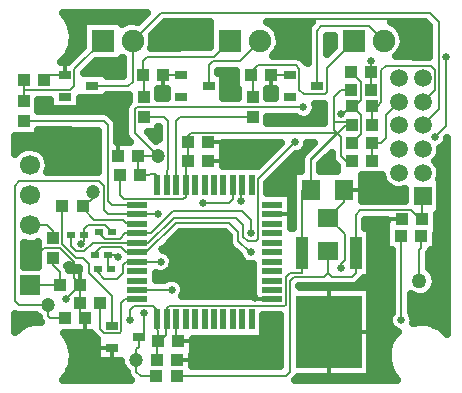
<source format=gbr>
G04 DipTrace 2.4.0.2*
%INTop.gbr*%
%MOIN*%
%ADD14C,0.007*%
%ADD15C,0.025*%
%ADD16C,0.013*%
%ADD17R,0.0433X0.0394*%
%ADD18R,0.0709X0.063*%
%ADD19R,0.063X0.0709*%
%ADD20C,0.05*%
%ADD21R,0.05X0.05*%
%ADD24R,0.0315X0.0236*%
%ADD26R,0.0413X0.0256*%
%ADD27R,0.0591X0.0591*%
%ADD28C,0.0591*%
%ADD29R,0.0669X0.0669*%
%ADD30C,0.0669*%
%ADD31R,0.0748X0.0748*%
%ADD32C,0.0748*%
%ADD33R,0.0394X0.0433*%
%ADD34C,0.0472*%
%ADD36R,0.0709X0.0197*%
%ADD37R,0.0197X0.0709*%
%ADD38R,0.0394X0.1083*%
%ADD39R,0.2185X0.2421*%
%FSLAX44Y44*%
G04*
G70*
G90*
G75*
G01*
%LNTop*%
%LPD*%
X6133Y9092D2*
D14*
Y8714D1*
X6304Y8543D1*
X6572D1*
X6859Y8831D1*
X8340D1*
X17073Y13530D2*
X16622Y13079D1*
Y12321D1*
X16461Y12161D1*
X16181D1*
X8340Y8831D2*
X8716D1*
X9557Y9671D1*
X11633D1*
X11880Y9425D1*
Y9038D1*
X12021Y8897D1*
X12288D1*
X12362Y8971D1*
Y10944D1*
X13603Y12185D1*
X16181Y12161D2*
Y11556D1*
X17860Y13530D2*
X18260Y13930D1*
Y14578D1*
X18120Y14718D1*
X16622D1*
X16482Y14578D1*
Y13510D1*
X16364Y13393D1*
X16160D1*
X12132Y9146D2*
Y9595D1*
X11845Y9883D1*
X9521D1*
X8784Y9146D1*
X8340D1*
X16160Y13393D2*
Y12762D1*
X8340Y9146D2*
X7929D1*
X7754Y8971D1*
X7256D1*
X7062Y9165D1*
Y9195D1*
X9119Y8201D2*
X8340D1*
X7977D1*
X7863Y8086D1*
Y7834D1*
X7658Y7630D1*
X7249D1*
X7026Y7853D1*
Y7954D1*
X5937Y6312D2*
X5443D1*
X5375Y6381D1*
Y6750D1*
X8340Y9775D2*
X9030D1*
X5375Y6750D2*
X4400D1*
X4260Y6890D1*
Y10734D1*
X4400Y10874D1*
X7078D1*
X7218Y10734D1*
Y9915D1*
X7358Y9775D1*
X8340D1*
X5850Y10042D2*
Y8776D1*
X6304Y8322D1*
X6540D1*
X6729Y8134D1*
Y7819D1*
X7500Y7048D1*
Y6062D1*
X12187Y13018D2*
X9779D1*
X9639Y12878D1*
Y10760D1*
X8340Y6941D2*
X7935D1*
X7811Y6817D1*
Y5888D1*
X7753Y5829D1*
X7246D1*
X7106Y5969D1*
Y6812D1*
X6877Y10533D2*
Y10336D1*
X6583Y10042D1*
X6519D1*
Y9989D1*
X6907Y9601D1*
X7857D1*
X7962Y9496D1*
X8340D1*
Y9461D1*
X8562Y13018D2*
X9242D1*
X9382Y12878D1*
Y11277D1*
X9324Y11219D1*
Y10760D1*
X4562Y13562D2*
Y14269D1*
X4566D2*
Y13922D1*
X6109D1*
X6249Y14062D1*
Y14624D1*
X7187Y15562D1*
X12187Y13687D2*
Y14437D1*
X12143D1*
Y14518D1*
X12364Y14739D1*
X13635D1*
X13749Y14625D1*
Y13920D1*
X13889Y13780D1*
X14593D1*
X14654Y13842D1*
Y14654D1*
X15562Y15562D1*
X8562Y13687D2*
Y14437D1*
X8518D1*
Y14879D1*
X8658Y15019D1*
X10894D1*
X11437Y15562D1*
X4562Y12893D2*
X7218D1*
X7358Y12753D1*
Y10230D1*
X7498Y10090D1*
X8340D1*
X17750Y7562D2*
Y8589D1*
X17812Y8651D1*
Y9062D1*
X9009Y10760D2*
Y11053D1*
X8951Y11110D1*
X8753D1*
X8745Y11102D1*
X8424D1*
X9041Y11708D2*
X8260Y12488D1*
Y13278D1*
X8321Y13339D1*
X13880D1*
X8379Y11716D2*
X9041Y11708D1*
X8424Y11102D2*
X8379D1*
Y11716D1*
X16562Y15562D2*
X16083Y16041D1*
X14483D1*
X14343Y15901D1*
Y14063D1*
X18260Y12355D2*
X18630Y12725D1*
Y15037D1*
X12437Y15562D2*
X11754Y14879D1*
X10858D1*
X10718Y14739D1*
Y14063D1*
X6843D2*
X8047D1*
X8187Y14203D1*
Y15562D1*
X9121Y16496D1*
X18085D1*
X18400Y16181D1*
Y13283D1*
X17860Y12742D1*
X8577Y6492D2*
Y5731D1*
X8533Y5688D1*
X8405D1*
X8312Y4937D2*
Y4532D1*
X8452Y4392D1*
X8982D1*
X8405Y5688D2*
Y5371D1*
X8312Y5278D1*
Y4937D1*
X10541Y10154D2*
X11389D1*
X11529Y10294D1*
Y10760D1*
X11785Y10210D2*
Y10495D1*
X11844Y10553D1*
Y10760D1*
X12132Y8516D2*
X12085D1*
X11704Y8897D1*
Y9179D1*
X11387Y9495D1*
X9627D1*
X8647Y8516D1*
X8340D1*
X16145Y14897D2*
Y14506D1*
X8340Y8516D2*
Y8527D1*
X7973D1*
X7816Y8685D1*
X7146D1*
X6942Y8481D1*
Y8424D1*
X16145Y14506D2*
Y13920D1*
X8093Y6257D2*
Y6591D1*
X8233Y6731D1*
X8882D1*
X9009Y6604D1*
Y6272D1*
X15491Y12762D2*
Y12847D1*
X14895D1*
Y13676D1*
X15139Y13920D1*
X15475D1*
X4766Y7415D2*
X5206D1*
X5228Y7437D1*
X5768D1*
X14895Y12847D2*
Y12593D1*
X15139Y12349D1*
Y11717D1*
X15299Y11556D1*
X15512D1*
X17143Y6257D2*
Y9062D1*
X9018Y5562D2*
X8992D1*
Y4926D1*
X9009Y6272D2*
X9018Y5562D1*
X9954Y10760D2*
Y10366D1*
X9882Y10294D1*
X7894D1*
X7754Y10434D1*
Y11102D1*
X10018Y11562D2*
X9954D1*
Y10760D1*
X10018Y12187D2*
Y11562D1*
X14120Y10587D2*
Y11610D1*
X14999Y12489D1*
X10134D1*
X10018Y12372D1*
Y12187D1*
X13831Y8482D2*
Y8785D1*
X13846Y8770D1*
Y10587D1*
X14120D1*
X9324Y6272D2*
Y6660D1*
X9395Y6731D1*
X13248D1*
X13287Y6770D1*
Y7696D1*
X13427Y7836D1*
X13831D1*
Y8482D1*
X9018Y5562D2*
X9108D1*
X9300Y5754D1*
Y6272D1*
X9324D1*
X5768Y7437D2*
Y7840D1*
X5519Y8089D1*
Y8312D1*
X14120Y10587D2*
Y11595D1*
X15288Y12762D1*
X15491D1*
X15626Y8482D2*
Y7836D1*
X15486Y7696D1*
X14831D1*
X14691Y7836D1*
X14551Y7696D1*
X13567D1*
X13427Y7556D1*
Y4532D1*
X13287Y4392D1*
X9652D1*
X14691Y7836D2*
Y8566D1*
X17827Y9609D2*
X17773D1*
X17471Y9911D1*
X15766D1*
X15626Y9771D1*
Y8482D1*
X17860Y10380D2*
X17827Y10348D1*
Y9609D1*
X9187Y14437D2*
X9812D1*
X12812D2*
X13437D1*
Y15562D2*
Y15577D1*
X14135Y16275D1*
X16849D1*
X17562Y15562D1*
X15475Y14506D2*
X15491D1*
X15799Y14198D1*
Y13576D1*
X15616Y13393D1*
X15491D1*
X15502D1*
X15817Y13079D1*
Y12466D1*
X15512Y12161D1*
X15142Y13113D2*
X15211D1*
X15491Y13393D1*
X5937Y14437D2*
X5403D1*
X5235Y14269D1*
X6437Y7437D2*
Y6812D1*
Y6481D1*
X6606Y6312D1*
X9639Y6272D2*
Y5610D1*
X9687Y5562D1*
X6566Y9092D2*
Y9295D1*
X6696Y9425D1*
X7265D1*
X7495Y9195D1*
X7375Y8424D2*
Y8037D1*
X7459Y7954D1*
X6566Y9092D2*
Y8884D1*
X6461Y8779D1*
X7375Y8424D2*
X7635D1*
X7705Y8354D1*
X4766Y8415D2*
X4995D1*
X5233Y8653D1*
X5753D1*
X6225Y8181D1*
Y7649D1*
X6437Y7437D1*
X15148Y7997D2*
Y8138D1*
X15254Y8244D1*
Y9106D1*
X14691Y9668D1*
X15223Y10587D2*
Y10200D1*
X14691Y9668D1*
X6437Y7437D2*
Y7422D1*
X5956Y6941D1*
X4766Y9415D2*
X5337D1*
X5519Y9233D1*
Y8981D1*
X9489Y7256D2*
X8340D1*
D15*
X9187Y16062D3*
Y13812D3*
X11812Y12125D3*
X10312Y15625D3*
X13187Y15125D3*
X12937Y13812D3*
X13003Y12937D3*
X14467Y13185D3*
X15142Y13113D3*
X6062Y14978D3*
X5227Y13469D3*
X6461Y8779D3*
X7705Y8354D3*
X14735Y4301D3*
X12252Y6976D3*
X15148Y7997D3*
X15958Y10984D3*
X13142Y10667D3*
X5956Y6941D3*
X9124Y7680D3*
X9169Y8615D3*
X7480Y4618D3*
X10331Y4935D3*
X12920Y12135D3*
X13603Y12185D3*
X12132Y9146D3*
X9119Y8201D3*
X9030Y9775D3*
X13880Y13339D3*
X18630Y15037D3*
X18260Y12355D3*
X8577Y6492D3*
X10541Y10154D3*
X11785Y10210D3*
X16145Y14897D3*
X12132Y8516D3*
X8093Y6257D3*
X17143D3*
X9489Y7256D3*
X6070Y16238D2*
X8387D1*
X6172Y15990D2*
X6505D1*
X9094D2*
X10755D1*
X12965D2*
X14008D1*
X17090D2*
X18055D1*
X6211Y15741D2*
X6505D1*
X8848D2*
X10755D1*
X13098D2*
X13997D1*
X17223D2*
X18055D1*
X6195Y15492D2*
X6505D1*
X8867D2*
X10755D1*
X13117D2*
X13997D1*
X14687D2*
X14880D1*
X17242D2*
X18055D1*
X6121Y15244D2*
X6391D1*
X13039D2*
X13997D1*
X14687D2*
X14767D1*
X17164D2*
X18055D1*
X5976Y14995D2*
X6141D1*
X13851D2*
X13997D1*
X6848Y14746D2*
X7841D1*
X6601Y14498D2*
X7841D1*
X11062D2*
X11618D1*
X11234Y14249D2*
X11618D1*
X11234Y14000D2*
X11618D1*
X9070Y13751D2*
X9294D1*
X11234D2*
X11680D1*
X12695D2*
X12919D1*
X5070Y13503D2*
X5419D1*
X6453D2*
X8008D1*
X5070Y13254D2*
X7915D1*
X14305D2*
X14551D1*
X7582Y13005D2*
X7915D1*
X12695D2*
X13618D1*
X14141D2*
X14551D1*
X7703Y12757D2*
X7915D1*
X5070Y12508D2*
X7012D1*
X7703D2*
X7915D1*
X8719D2*
X9036D1*
X4287Y12259D2*
X7012D1*
X7703D2*
X8012D1*
X4287Y12011D2*
X4571D1*
X4961D2*
X7012D1*
X11215D2*
X12950D1*
X18508D2*
X18649D1*
X5305Y11762D2*
X7012D1*
X11215D2*
X12704D1*
X13656D2*
X13813D1*
X18433D2*
X18649D1*
X5402Y11513D2*
X7012D1*
X11215D2*
X12454D1*
X13406D2*
X13774D1*
X14516D2*
X14868D1*
X18351D2*
X18649D1*
X5391Y11265D2*
X7012D1*
X13160D2*
X13774D1*
X14465D2*
X14985D1*
X18457D2*
X18649D1*
X12910Y11016D2*
X13497D1*
X15848D2*
X16489D1*
X18445D2*
X18649D1*
X12707Y10767D2*
X13497D1*
X15848D2*
X16630D1*
X18465D2*
X18649D1*
X12707Y10519D2*
X13497D1*
X15848D2*
X17255D1*
X18465D2*
X18649D1*
X15848Y10270D2*
X17255D1*
X18465D2*
X18649D1*
X18465Y10021D2*
X18649D1*
X18355Y9772D2*
X18649D1*
X15973Y9524D2*
X16618D1*
X18355D2*
X18649D1*
X16133Y9275D2*
X16618D1*
X18355D2*
X18649D1*
X9637Y9026D2*
X11360D1*
X16133D2*
X16618D1*
X18340D2*
X18649D1*
X4605Y8778D2*
X5012D1*
X9387D2*
X11383D1*
X16133D2*
X16618D1*
X18340D2*
X18649D1*
X4605Y8529D2*
X5012D1*
X9391D2*
X11594D1*
X16133D2*
X16798D1*
X18133D2*
X18649D1*
X4605Y8280D2*
X5012D1*
X9547D2*
X11770D1*
X16133D2*
X16798D1*
X18094D2*
X18649D1*
X6051Y8032D2*
X6145D1*
X9516D2*
X12165D1*
X16133D2*
X16798D1*
X18094D2*
X18649D1*
X9004Y7783D2*
X12165D1*
X16133D2*
X16798D1*
X18262D2*
X18649D1*
X9816Y7534D2*
X12165D1*
X15801D2*
X16798D1*
X18308D2*
X18649D1*
X9922Y7286D2*
X12165D1*
X16129D2*
X16798D1*
X18234D2*
X18649D1*
X16129Y7037D2*
X16798D1*
X17488D2*
X17622D1*
X17878D2*
X18649D1*
X16129Y6788D2*
X16798D1*
X17488D2*
X18649D1*
X16129Y6540D2*
X16798D1*
X17488D2*
X18649D1*
X4287Y6291D2*
X5044D1*
X12566D2*
X13083D1*
X16129D2*
X16708D1*
X17578D2*
X18649D1*
X4287Y6042D2*
X4481D1*
X12566D2*
X13083D1*
X16129D2*
X16770D1*
X18391D2*
X18649D1*
X5945Y5793D2*
X6813D1*
X12566D2*
X13083D1*
X16129D2*
X16930D1*
X6105Y5545D2*
X6981D1*
X10215D2*
X13083D1*
X16129D2*
X16770D1*
X6187Y5296D2*
X6981D1*
X10215D2*
X13083D1*
X16129D2*
X16684D1*
X6215Y5047D2*
X6981D1*
X10187D2*
X13083D1*
X16129D2*
X16661D1*
X6183Y4799D2*
X7786D1*
X10187D2*
X13083D1*
X16129D2*
X16692D1*
X6090Y4550D2*
X7938D1*
X16129D2*
X16786D1*
X5918Y4301D2*
X8067D1*
X13676D2*
X16958D1*
X6078Y7919D2*
X6410D1*
X6409Y8002D1*
X6308D1*
X6186Y8025D1*
X6078Y8096D1*
X6001Y8064D1*
X6064Y7960D1*
X6141Y7919D1*
X6269Y7915D1*
X6304Y8002D1*
X6182Y8026D1*
X6079Y8095D1*
X10163Y5081D2*
Y4712D1*
X13109D1*
X13107Y6411D1*
X12542D1*
Y5632D1*
X11775Y5636D1*
X11662Y5632D1*
X11145Y5636D1*
X11032Y5632D1*
X10515Y5636D1*
X10402Y5632D1*
X10200Y5636D1*
X10212Y5632D1*
X10185D1*
X10189Y5519D1*
Y5080D1*
X10163D1*
X11189Y12144D2*
Y11399D1*
X11597Y11395D1*
X11710Y11399D1*
X12227Y11395D1*
X12365Y11399D1*
X13133Y12168D1*
X11189Y12169D1*
Y12144D1*
X14648Y11227D2*
X15011D1*
X15010Y11391D1*
X14913Y11491D1*
X14844Y11594D1*
X14819Y11717D1*
Y11838D1*
X14440Y11462D1*
Y11223D1*
X14720Y11227D1*
X14648D1*
X15823Y11074D2*
Y10231D1*
X17278D1*
X17280Y10624D1*
X17109Y10589D1*
X16984Y10594D1*
X16864Y10626D1*
X16753Y10683D1*
X16657Y10763D1*
X16580Y10861D1*
X16526Y10973D1*
X16501Y11076D1*
X15822Y11075D1*
X13645Y11227D2*
X13798D1*
X13800Y11610D1*
X13824Y11732D1*
X13894Y11836D1*
X14228Y12171D1*
X14011Y12169D1*
X13994Y12062D1*
X13939Y11950D1*
X13853Y11860D1*
X13744Y11800D1*
X13648Y11781D1*
X12683Y10813D1*
X12682Y10472D1*
X13467Y10474D1*
X13463Y9707D1*
X13467Y9659D1*
Y9306D1*
X13525Y9309D1*
X13467Y9344D1*
Y9309D1*
X13526Y9395D1*
X13520Y10073D1*
Y11227D1*
X13645D1*
X16656Y9544D2*
Y9591D1*
X16641Y9544D1*
X16653D1*
X16596Y9591D1*
X15944D1*
X15946Y9306D1*
X16108Y9309D1*
Y7656D1*
X15893D1*
X15712Y7470D1*
X15609Y7401D1*
X15486Y7376D1*
X14831D1*
X14710Y7401D1*
X14678Y7402D1*
X14551Y7376D1*
X13750D1*
X13751Y7340D1*
X16106D1*
Y4349D1*
X13689D1*
X13612Y4264D1*
X14887Y4262D1*
X17016D1*
X16876Y4436D1*
X16812Y4544D1*
X16761Y4658D1*
X16722Y4777D1*
X16698Y4899D1*
X16686Y5024D1*
X16689Y5149D1*
X16706Y5272D1*
X16736Y5394D1*
X16779Y5511D1*
X16835Y5622D1*
X16903Y5727D1*
X17024Y5865D1*
X16924Y5910D1*
X16830Y5992D1*
X16765Y6098D1*
X16734Y6219D1*
X16742Y6343D1*
X16786Y6460D1*
X16823Y6505D1*
Y8581D1*
X16641Y8580D1*
Y9544D1*
X18329Y9798D2*
Y9128D1*
X18317D1*
X18314Y8580D1*
X18122D1*
X18106Y8525D1*
X18077Y8472D1*
X18070Y8089D1*
Y7991D1*
X18167Y7897D1*
X18233Y7791D1*
X18273Y7673D1*
X18285Y7562D1*
X18270Y7438D1*
X18227Y7321D1*
X18158Y7217D1*
X18067Y7132D1*
X17959Y7070D1*
X17839Y7035D1*
X17715Y7028D1*
X17592Y7051D1*
X17463Y7113D1*
Y6511D1*
X17504Y6450D1*
X17546Y6333D1*
X17553Y6257D1*
X17537Y6153D1*
X17754Y6187D1*
X17879Y6186D1*
X18003Y6172D1*
X18125Y6144D1*
X18243Y6103D1*
X18356Y6048D1*
X18462Y5982D1*
X18560Y5905D1*
X18675Y5783D1*
Y12321D1*
X18651Y12232D1*
X18596Y12121D1*
X18510Y12031D1*
X18439Y11991D1*
X18427Y11831D1*
X18387Y11713D1*
X18323Y11606D1*
X18283Y11563D1*
X18378Y11429D1*
X18422Y11312D1*
X18440Y11168D1*
X18427Y11044D1*
X18405Y10961D1*
X18440D1*
Y9800D1*
X18327D1*
X4580Y8035D2*
X5034D1*
X5037Y8435D1*
X5041Y8814D1*
X5037Y8859D1*
X4985Y8835D1*
X4864Y8803D1*
X4740Y8796D1*
X4583Y8826D1*
X4580Y8035D1*
X5374Y11291D2*
X5342Y11191D1*
X5900Y11194D1*
X7040D1*
X7038Y12570D1*
X5343Y12573D1*
X5043D1*
X5044Y12391D1*
X4259D1*
X4262Y11862D1*
Y11772D1*
X4378Y11898D1*
X4482Y11966D1*
X4599Y12012D1*
X4721Y12033D1*
X4846Y12030D1*
X4968Y12001D1*
X5081Y11949D1*
X5182Y11875D1*
X5265Y11783D1*
X5329Y11675D1*
X5370Y11557D1*
X5386Y11415D1*
X5374Y11291D1*
X7792Y4901D2*
X7008D1*
Y5616D1*
X6881Y5743D1*
X6808Y5830D1*
X5888D1*
X5977Y5719D1*
X6044Y5614D1*
X6099Y5502D1*
X6141Y5384D1*
X6170Y5263D1*
X6188Y5062D1*
X6181Y4937D1*
X6161Y4814D1*
X6126Y4694D1*
X6079Y4578D1*
X6019Y4469D1*
X5948Y4366D1*
X5851Y4259D1*
X6762Y4262D1*
X8133D1*
X8089Y4303D1*
X8016Y4413D1*
X7990Y4531D1*
X7928Y4584D1*
X7855Y4686D1*
X7809Y4801D1*
X7795Y4898D1*
X14903Y15352D2*
Y15719D1*
X14665Y15721D1*
X14663Y15116D1*
X14906Y15358D1*
X17209Y15438D2*
X17174Y15318D1*
X17117Y15207D1*
X17040Y15109D1*
X16961Y15039D1*
X18078Y15038D1*
X18080Y16052D1*
X17950Y16178D1*
X16800Y16176D1*
X16933Y16106D1*
X17029Y16027D1*
X17109Y15930D1*
X17168Y15821D1*
X17206Y15702D1*
X17221Y15562D1*
X17209Y15438D1*
X7679Y12198D2*
X8098D1*
X8037Y12259D1*
X7966Y12362D1*
X7940Y12488D1*
Y13278D1*
X7964Y13400D1*
X8034Y13504D1*
X8081Y13551D1*
X8080Y13744D1*
X7332Y13743D1*
X7334Y13650D1*
X6429D1*
Y13276D1*
X5445D1*
Y13600D1*
X5042Y13602D1*
X5044Y13216D1*
X5562Y13213D1*
X7218D1*
X7340Y13189D1*
X7445Y13119D1*
X7585Y12979D1*
X7654Y12876D1*
X7678Y12753D1*
Y12194D1*
X5059Y6339D2*
X4991Y6397D1*
X4966Y6432D1*
X4400Y6430D1*
X4279Y6454D1*
X4262Y6362D1*
Y5858D1*
X4420Y5988D1*
X4527Y6053D1*
X4640Y6106D1*
X4758Y6147D1*
X4880Y6174D1*
X5004Y6187D1*
X5118Y6186D1*
X5077Y6262D1*
X5059Y6327D1*
X5080Y6258D1*
X12188Y7050D2*
X12192Y7954D1*
X12188Y8110D1*
X12027Y8119D1*
X11913Y8169D1*
X11819Y8251D1*
X11754Y8357D1*
X11742Y8406D1*
X11478Y8671D1*
X11408Y8774D1*
X11384Y8897D1*
Y9049D1*
X11254Y9176D1*
X9758Y9175D1*
X9188Y8603D1*
X9305Y8566D1*
X9406Y8493D1*
X9481Y8394D1*
X9522Y8276D1*
X9529Y8201D1*
X9510Y8078D1*
X9455Y7966D1*
X9369Y7876D1*
X9260Y7816D1*
X9138Y7791D1*
X9014Y7804D1*
X8982Y7818D1*
X8979Y7573D1*
X9234Y7576D1*
X9313Y7626D1*
X9432Y7662D1*
X9557Y7660D1*
X9675Y7621D1*
X9776Y7549D1*
X9851Y7449D1*
X9892Y7331D1*
X9899Y7256D1*
X9880Y7133D1*
X9841Y7052D1*
X12188Y7051D1*
X12192Y7639D1*
X12188Y7752D1*
Y8108D1*
X10778Y15352D2*
Y16176D1*
X9253D1*
X8820Y15742D1*
X8846Y15578D1*
X8834Y15438D1*
X8805Y15337D1*
X10763Y15339D1*
X13084Y15438D2*
X13049Y15318D1*
X12992Y15207D1*
X12915Y15109D1*
X12864Y15059D1*
X13635D1*
X13757Y15035D1*
X13861Y14965D1*
X13974Y14851D1*
X14023Y14813D1*
Y15901D1*
X14047Y16023D1*
X14116Y16127D1*
X14163Y16174D1*
X12675Y16176D1*
X12808Y16106D1*
X12904Y16027D1*
X12984Y15930D1*
X13043Y15821D1*
X13081Y15702D1*
X13096Y15562D1*
X13084Y15438D1*
X6653Y16221D2*
X7846D1*
X7848Y16127D1*
X7961Y16181D1*
X8082Y16213D1*
X8206Y16221D1*
X8364Y16194D1*
X8660Y16487D1*
X5858D1*
X5977Y16344D1*
X6044Y16239D1*
X6099Y16127D1*
X6141Y16009D1*
X6170Y15888D1*
X6188Y15687D1*
X6181Y15562D1*
X6161Y15439D1*
X6126Y15319D1*
X6079Y15203D1*
X6019Y15094D1*
X5948Y14991D1*
X5810Y14847D1*
X6022Y14850D1*
X6528Y15355D1*
Y16221D1*
X6653D1*
X7846Y14998D2*
Y14903D1*
X6983D1*
X6571Y14493D1*
X6601Y14476D1*
X7334D1*
Y14386D1*
X7843Y14383D1*
X7870D1*
X7867Y14988D1*
X7846Y15000D1*
X12669Y13958D2*
Y13661D1*
X12943Y13659D1*
X12945Y13952D1*
X12839Y13955D1*
X12669D1*
X11705Y13658D2*
Y13955D1*
X11641D1*
Y14561D1*
X11039Y14559D1*
X11038Y14477D1*
X11209Y14476D1*
Y13657D1*
X11708Y13659D1*
X12669Y12894D2*
Y12812D1*
X13509Y12809D1*
X14576D1*
X14575Y13460D1*
X14269D1*
X14290Y13339D1*
X14271Y13216D1*
X14216Y13104D1*
X14130Y13014D1*
X14021Y12954D1*
X13899Y12930D1*
X13775Y12943D1*
X13661Y12993D1*
X13628Y13021D1*
X12669Y13019D1*
Y12894D1*
X9044Y13958D2*
Y13661D1*
X9318Y13659D1*
X9320Y13952D1*
X9214Y13955D1*
X9044D1*
Y12695D2*
Y12516D1*
X8688D1*
X8975Y12226D1*
X9062Y12277D1*
Y12695D1*
X6437Y7918D2*
D16*
Y7437D1*
X9661Y4926D2*
X10162D1*
X9687Y5562D2*
X10188D1*
X10687Y12187D2*
X11188D1*
X10687Y11562D2*
X11188D1*
X15223Y10587D2*
X15822D1*
X16657Y9609D2*
X17158D1*
X7500Y5314D2*
Y4902D1*
X7008Y5314D2*
X7500D1*
X6606Y6312D2*
Y5831D1*
X7709Y12198D2*
Y11716D1*
X12189Y6941D2*
X12828D1*
Y9775D2*
X13467D1*
X14728Y7340D2*
Y4349D1*
Y5844D2*
X16105D1*
X9187Y14437D2*
Y13956D1*
X12812Y14437D2*
Y13956D1*
X5937Y14849D2*
Y14437D1*
D17*
X6437Y7437D3*
X5768D3*
X9661Y4926D3*
X8992D3*
X9687Y5562D3*
X9018D3*
X10687Y12187D3*
X10018D3*
X6437Y6812D3*
X7106D3*
X10687Y11562D3*
X10018D3*
X7709Y11716D3*
X8379D3*
X15491Y13393D3*
X16160D3*
X15512Y12161D3*
X16181D3*
X15475Y14506D3*
X16145D3*
D18*
X14691Y9668D3*
Y8566D3*
D19*
X15223Y10587D3*
X14120D3*
D17*
X17158Y9609D3*
X17827D3*
D20*
X17750Y7562D3*
D21*
X16750D3*
D24*
X7495Y9195D3*
X7062D3*
X6566Y9092D3*
X6133D3*
X7375Y8424D3*
X6942D3*
X7459Y7954D3*
X7026D3*
D26*
X13437Y14437D3*
Y13689D3*
X14343Y14063D3*
X9812Y14437D3*
Y13689D3*
X10718Y14063D3*
X5937Y14437D3*
Y13689D3*
X6843Y14063D3*
D27*
X17860Y10380D3*
D28*
Y11168D3*
Y11955D3*
Y12742D3*
Y13530D3*
Y14317D3*
X17073D3*
Y13530D3*
Y12742D3*
Y11955D3*
Y11168D3*
Y10380D3*
D29*
X4766Y7415D3*
D30*
Y8415D3*
Y9415D3*
Y10415D3*
Y11415D3*
D26*
X7500Y6062D3*
Y5314D3*
X8405Y5688D3*
D31*
X15562Y15562D3*
D32*
X16562D3*
X17562D3*
D31*
X7187D3*
D32*
X8187D3*
X9187D3*
D31*
X11437D3*
D32*
X12437D3*
X13437D3*
D17*
X17812Y9062D3*
X17143D3*
X5937Y6312D3*
X6606D3*
D33*
X5519Y8312D3*
Y8981D3*
D17*
X8982Y4392D3*
X9652D3*
X6519Y10042D3*
X5850D3*
D33*
X12187Y13687D3*
Y13018D3*
X8562Y13687D3*
Y13018D3*
X4562Y13562D3*
Y12893D3*
D17*
X9187Y14437D3*
X8518D3*
X5235Y14269D3*
X4566D3*
X12812Y14437D3*
X12143D3*
X15491Y12762D3*
X16160D3*
X15512Y11556D3*
X16181D3*
X15475Y13920D3*
X16145D3*
X7754Y11102D3*
X8424D3*
D34*
X6877Y10533D3*
X5375Y6750D3*
X8312Y4937D3*
X9041Y11708D3*
D36*
X12828Y6941D3*
Y7256D3*
Y7571D3*
Y7886D3*
Y8201D3*
Y8516D3*
Y8831D3*
Y9146D3*
Y9461D3*
Y9775D3*
Y10090D3*
D37*
X12158Y10760D3*
X11844D3*
X11529D3*
X11214D3*
X10899D3*
X10584D3*
X10269D3*
X9954D3*
X9639D3*
X9324D3*
X9009D3*
D36*
X8340Y10090D3*
Y9775D3*
Y9461D3*
Y9146D3*
Y8831D3*
Y8516D3*
Y8201D3*
Y7886D3*
Y7571D3*
Y7256D3*
Y6941D3*
D37*
X9009Y6272D3*
X9324D3*
X9639D3*
X9954D3*
X10269D3*
X10584D3*
X10899D3*
X11214D3*
X11529D3*
X11844D3*
X12158D3*
D38*
X15626Y8482D3*
X13831D3*
D39*
X14728Y5844D3*
M02*

</source>
